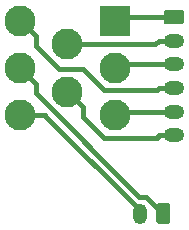
<source format=gtl>
G04 #@! TF.GenerationSoftware,KiCad,Pcbnew,5.1.5-52549c5~84~ubuntu18.04.1*
G04 #@! TF.CreationDate,2020-01-14T23:08:30-05:00*
G04 #@! TF.ProjectId,emrax-228-resolver-breakout,656d7261-782d-4323-9238-2d7265736f6c,rev?*
G04 #@! TF.SameCoordinates,Original*
G04 #@! TF.FileFunction,Copper,L1,Top*
G04 #@! TF.FilePolarity,Positive*
%FSLAX46Y46*%
G04 Gerber Fmt 4.6, Leading zero omitted, Abs format (unit mm)*
G04 Created by KiCad (PCBNEW 5.1.5-52549c5~84~ubuntu18.04.1) date 2020-01-14 23:08:30*
%MOMM*%
%LPD*%
G04 APERTURE LIST*
%ADD10R,2.625000X2.625000*%
%ADD11C,2.625000*%
%ADD12O,1.750000X1.200000*%
%ADD13C,0.100000*%
%ADD14O,1.200000X1.750000*%
%ADD15C,0.381000*%
G04 APERTURE END LIST*
D10*
X146867000Y-74486000D03*
D11*
X146867000Y-78486000D03*
X146867000Y-82486000D03*
X142867000Y-76486000D03*
X142867000Y-80486000D03*
X138867000Y-74486000D03*
X138867000Y-78486000D03*
X138867000Y-82486000D03*
D12*
X151892000Y-84168000D03*
X151892000Y-82168000D03*
X151892000Y-80168000D03*
X151892000Y-78168000D03*
X151892000Y-76168000D03*
G04 #@! TA.AperFunction,ComponentPad*
D13*
G36*
X152541505Y-73569204D02*
G01*
X152565773Y-73572804D01*
X152589572Y-73578765D01*
X152612671Y-73587030D01*
X152634850Y-73597520D01*
X152655893Y-73610132D01*
X152675599Y-73624747D01*
X152693777Y-73641223D01*
X152710253Y-73659401D01*
X152724868Y-73679107D01*
X152737480Y-73700150D01*
X152747970Y-73722329D01*
X152756235Y-73745428D01*
X152762196Y-73769227D01*
X152765796Y-73793495D01*
X152767000Y-73817999D01*
X152767000Y-74518001D01*
X152765796Y-74542505D01*
X152762196Y-74566773D01*
X152756235Y-74590572D01*
X152747970Y-74613671D01*
X152737480Y-74635850D01*
X152724868Y-74656893D01*
X152710253Y-74676599D01*
X152693777Y-74694777D01*
X152675599Y-74711253D01*
X152655893Y-74725868D01*
X152634850Y-74738480D01*
X152612671Y-74748970D01*
X152589572Y-74757235D01*
X152565773Y-74763196D01*
X152541505Y-74766796D01*
X152517001Y-74768000D01*
X151266999Y-74768000D01*
X151242495Y-74766796D01*
X151218227Y-74763196D01*
X151194428Y-74757235D01*
X151171329Y-74748970D01*
X151149150Y-74738480D01*
X151128107Y-74725868D01*
X151108401Y-74711253D01*
X151090223Y-74694777D01*
X151073747Y-74676599D01*
X151059132Y-74656893D01*
X151046520Y-74635850D01*
X151036030Y-74613671D01*
X151027765Y-74590572D01*
X151021804Y-74566773D01*
X151018204Y-74542505D01*
X151017000Y-74518001D01*
X151017000Y-73817999D01*
X151018204Y-73793495D01*
X151021804Y-73769227D01*
X151027765Y-73745428D01*
X151036030Y-73722329D01*
X151046520Y-73700150D01*
X151059132Y-73679107D01*
X151073747Y-73659401D01*
X151090223Y-73641223D01*
X151108401Y-73624747D01*
X151128107Y-73610132D01*
X151149150Y-73597520D01*
X151171329Y-73587030D01*
X151194428Y-73578765D01*
X151218227Y-73572804D01*
X151242495Y-73569204D01*
X151266999Y-73568000D01*
X152517001Y-73568000D01*
X152541505Y-73569204D01*
G37*
G04 #@! TD.AperFunction*
D14*
X149003000Y-90805000D03*
G04 #@! TA.AperFunction,ComponentPad*
D13*
G36*
X151377505Y-89931204D02*
G01*
X151401773Y-89934804D01*
X151425572Y-89940765D01*
X151448671Y-89949030D01*
X151470850Y-89959520D01*
X151491893Y-89972132D01*
X151511599Y-89986747D01*
X151529777Y-90003223D01*
X151546253Y-90021401D01*
X151560868Y-90041107D01*
X151573480Y-90062150D01*
X151583970Y-90084329D01*
X151592235Y-90107428D01*
X151598196Y-90131227D01*
X151601796Y-90155495D01*
X151603000Y-90179999D01*
X151603000Y-91430001D01*
X151601796Y-91454505D01*
X151598196Y-91478773D01*
X151592235Y-91502572D01*
X151583970Y-91525671D01*
X151573480Y-91547850D01*
X151560868Y-91568893D01*
X151546253Y-91588599D01*
X151529777Y-91606777D01*
X151511599Y-91623253D01*
X151491893Y-91637868D01*
X151470850Y-91650480D01*
X151448671Y-91660970D01*
X151425572Y-91669235D01*
X151401773Y-91675196D01*
X151377505Y-91678796D01*
X151353001Y-91680000D01*
X150652999Y-91680000D01*
X150628495Y-91678796D01*
X150604227Y-91675196D01*
X150580428Y-91669235D01*
X150557329Y-91660970D01*
X150535150Y-91650480D01*
X150514107Y-91637868D01*
X150494401Y-91623253D01*
X150476223Y-91606777D01*
X150459747Y-91588599D01*
X150445132Y-91568893D01*
X150432520Y-91547850D01*
X150422030Y-91525671D01*
X150413765Y-91502572D01*
X150407804Y-91478773D01*
X150404204Y-91454505D01*
X150403000Y-91430001D01*
X150403000Y-90179999D01*
X150404204Y-90155495D01*
X150407804Y-90131227D01*
X150413765Y-90107428D01*
X150422030Y-90084329D01*
X150432520Y-90062150D01*
X150445132Y-90041107D01*
X150459747Y-90021401D01*
X150476223Y-90003223D01*
X150494401Y-89986747D01*
X150514107Y-89972132D01*
X150535150Y-89959520D01*
X150557329Y-89949030D01*
X150580428Y-89940765D01*
X150604227Y-89934804D01*
X150628495Y-89931204D01*
X150652999Y-89930000D01*
X151353001Y-89930000D01*
X151377505Y-89931204D01*
G37*
G04 #@! TD.AperFunction*
D15*
X147185000Y-74168000D02*
X146867000Y-74486000D01*
X151892000Y-74168000D02*
X147185000Y-74168000D01*
X147185000Y-78168000D02*
X146867000Y-78486000D01*
X151892000Y-78168000D02*
X147185000Y-78168000D01*
X150636000Y-80168000D02*
X151892000Y-80168000D01*
X150433999Y-80370001D02*
X150636000Y-80168000D01*
X145962679Y-80370001D02*
X150433999Y-80370001D01*
X144194677Y-78601999D02*
X145962679Y-80370001D01*
X142194677Y-78601999D02*
X144194677Y-78601999D01*
X140179499Y-76586821D02*
X142194677Y-78601999D01*
X140179499Y-75798499D02*
X140179499Y-76586821D01*
X138867000Y-74486000D02*
X140179499Y-75798499D01*
X147185000Y-82168000D02*
X146867000Y-82486000D01*
X151892000Y-82168000D02*
X147185000Y-82168000D01*
X145962679Y-84370001D02*
X144179499Y-82586821D01*
X150433999Y-84370001D02*
X145962679Y-84370001D01*
X150636000Y-84168000D02*
X150433999Y-84370001D01*
X144179499Y-81798499D02*
X142867000Y-80486000D01*
X144179499Y-82586821D02*
X144179499Y-81798499D01*
X151892000Y-84168000D02*
X150636000Y-84168000D01*
X138867000Y-82486000D02*
X141001034Y-82486000D01*
X141001034Y-82528034D02*
X149003000Y-90530000D01*
X149003000Y-90530000D02*
X149003000Y-90805000D01*
X141001034Y-82486000D02*
X141001034Y-82528034D01*
X149556490Y-89358490D02*
X150332290Y-90134290D01*
X150332290Y-90134290D02*
X151003000Y-90805000D01*
X148951168Y-89358490D02*
X149556490Y-89358490D01*
X140179499Y-80586821D02*
X148951168Y-89358490D01*
X140179499Y-79798499D02*
X140179499Y-80586821D01*
X138867000Y-78486000D02*
X140179499Y-79798499D01*
X144723155Y-76486000D02*
X142867000Y-76486000D01*
X150318000Y-76486000D02*
X144723155Y-76486000D01*
X150636000Y-76168000D02*
X150318000Y-76486000D01*
X151892000Y-76168000D02*
X150636000Y-76168000D01*
M02*

</source>
